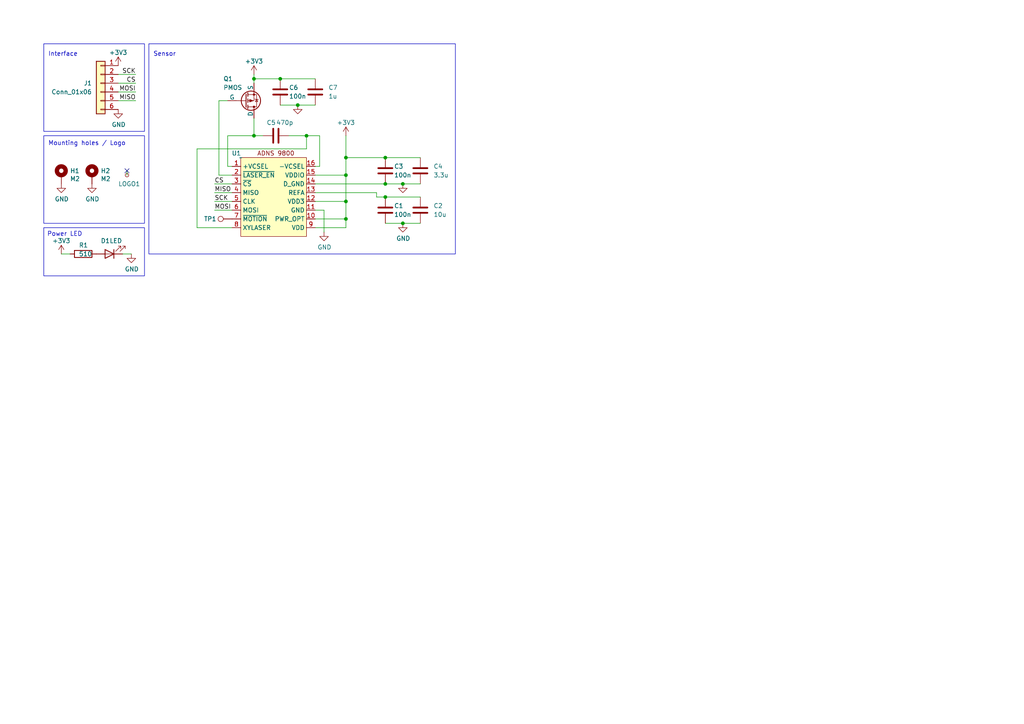
<source format=kicad_sch>
(kicad_sch (version 20230121) (generator eeschema)
  (paper "A4")
  (lib_symbols
    (symbol "ADNS_9800_1"
      (property "Reference" "U" (at -8.89 12.7 0))
      (symbol "ADNS_9800_1_1_1"
        (rectangle (start -10.16 11.43) (end 8.89 -11.43) (fill (type background)))
        (text "ADNS 9800\n" (at 0 12.7 0) (effects (font (size 1.27 1.27))))
        (pin input line (at -12.7 8.89 0) (length 2.54) (name "+VCSEL") (number "1"))
        (pin input line (at 11.43 -6.35 180) (length 2.54) (name "PWR_OPT") (number "10"))
        (pin power_in line (at 11.43 -3.81 180) (length 2.54) (name "GND") (number "11"))
        (pin unspecified line (at 11.43 -1.27 180) (length 2.54) (name "VDD3") (number "12"))
        (pin power_out line (at 11.43 1.27 180) (length 2.54) (name "REFA") (number "13"))
        (pin power_in line (at 11.43 3.81 180) (length 2.54) (name "D_GND") (number "14"))
        (pin power_in line (at 11.43 6.35 180) (length 2.54) (name "VDDIO") (number "15"))
        (pin power_in line (at 11.43 8.89 180) (length 2.54) (name "-VCSEL") (number "16"))
        (pin input line (at -12.7 6.35 0) (length 2.54) (name "~{LASER_EN}") (number "2"))
        (pin input line (at -12.7 3.81 0) (length 2.54) (name "~{CS}") (number "3"))
        (pin input line (at -12.7 1.27 0) (length 2.54) (name "MISO") (number "4"))
        (pin input line (at -12.7 -1.27 0) (length 2.54) (name "CLK") (number "5"))
        (pin output line (at -12.7 -3.81 0) (length 2.54) (name "MOSI") (number "6"))
        (pin output line (at -12.7 -6.35 0) (length 2.54) (name "~{MOTION}") (number "7"))
        (pin unspecified line (at -12.7 -8.89 0) (length 2.54) (name "XYLASER") (number "8"))
        (pin power_in line (at 11.43 -8.89 180) (length 2.54) (name "VDD") (number "9"))
      )
    )
    (symbol "Connector:TestPoint" (pin_numbers hide) (pin_names (offset 0.762) hide)
      (property "Reference" "TP" (at 0 6.858 0))
      (property "Value" "TestPoint" (at 0 5.08 0))
      (symbol "TestPoint_0_1"
        (circle (center 0 3.302) (radius 0.762))
      )
      (symbol "TestPoint_1_1"
        (pin passive line (at 0 0 90) (length 2.54) (name "1") (number "1"))
      )
    )
    (symbol "Connector:TestPoint_Small" (pin_numbers hide) (pin_names (offset 0.762) hide)
      (property "Reference" "TP" (at 0 3.81 0))
      (property "Value" "TestPoint_Small" (at 0 2.032 0))
      (symbol "TestPoint_Small_0_1"
        (circle (center 0 0) (radius 0.508))
      )
      (symbol "TestPoint_Small_1_1"
        (pin passive line (at 0 0 90) (length 0) (name "1") (number "1"))
      )
    )
    (symbol "Connector_Generic:Conn_01x06" (pin_names (offset 1.016) hide)
      (property "Reference" "J" (at 0 7.62 0))
      (property "Value" "Conn_01x06" (at 0 -10.16 0))
      (symbol "Conn_01x06_1_1"
        (rectangle (start -1.27 -7.493) (end 0 -7.747) (stroke (width 0.1524)))
        (rectangle (start -1.27 -4.953) (end 0 -5.207) (stroke (width 0.1524)))
        (rectangle (start -1.27 -2.413) (end 0 -2.667) (stroke (width 0.1524)))
        (rectangle (start -1.27 0.127) (end 0 -0.127) (stroke (width 0.1524)))
        (rectangle (start -1.27 2.667) (end 0 2.413) (stroke (width 0.1524)))
        (rectangle (start -1.27 5.207) (end 0 4.953) (stroke (width 0.1524)))
        (rectangle (start -1.27 6.35) (end 1.27 -8.89) (stroke (width 0.254)) (fill (type background)))
        (pin passive line (at -5.08 5.08 0) (length 3.81) (name "Pin_1") (number "1"))
        (pin passive line (at -5.08 2.54 0) (length 3.81) (name "Pin_2") (number "2"))
        (pin passive line (at -5.08 0 0) (length 3.81) (name "Pin_3") (number "3"))
        (pin passive line (at -5.08 -2.54 0) (length 3.81) (name "Pin_4") (number "4"))
        (pin passive line (at -5.08 -5.08 0) (length 3.81) (name "Pin_5") (number "5"))
        (pin passive line (at -5.08 -7.62 0) (length 3.81) (name "Pin_6") (number "6"))
      )
    )
    (symbol "Device:C" (pin_numbers hide) (pin_names (offset 0.254))
      (property "Reference" "C" (at 0.635 2.54 0))
      (property "Value" "C" (at 0.635 -2.54 0))
      (symbol "C_0_1"
        (polyline (pts (xy -2.032 -0.762) (xy 2.032 -0.762)) (stroke (width 0.508)))
        (polyline (pts (xy -2.032 0.762) (xy 2.032 0.762)) (stroke (width 0.508)))
      )
      (symbol "C_1_1"
        (pin passive line (at 0 3.81 270) (length 2.794) (name "~") (number "1"))
        (pin passive line (at 0 -3.81 90) (length 2.794) (name "~") (number "2"))
      )
    )
    (symbol "Device:LED" (pin_numbers hide) (pin_names (offset 1.016) hide)
      (property "Reference" "D" (at 0 2.54 0))
      (property "Value" "LED" (at 0 -2.54 0))
      (symbol "LED_0_1"
        (polyline (pts (xy -1.27 -1.27) (xy -1.27 1.27)) (stroke (width 0.254)))
        (polyline (pts (xy -1.27 0) (xy 1.27 0)))
        (polyline (pts (xy 1.27 -1.27) (xy 1.27 1.27) (xy -1.27 0) (xy 1.27 -1.27)) (stroke (width 0.254)))
        (polyline (pts (xy -3.048 -0.762) (xy -4.572 -2.286) (xy -3.81 -2.286) (xy -4.572 -2.286) (xy -4.572 -1.524)))
        (polyline (pts (xy -1.778 -0.762) (xy -3.302 -2.286) (xy -2.54 -2.286) (xy -3.302 -2.286) (xy -3.302 -1.524)))
      )
      (symbol "LED_1_1"
        (pin passive line (at -3.81 0 0) (length 2.54) (name "K") (number "1"))
        (pin passive line (at 3.81 0 180) (length 2.54) (name "A") (number "2"))
      )
    )
    (symbol "Device:R" (pin_numbers hide) (pin_names (offset 0))
      (property "Reference" "R" (at 2.032 0 90))
      (property "Value" "R" (at 0 0 90))
      (symbol "R_0_1"
        (rectangle (start -1.016 -2.54) (end 1.016 2.54) (stroke (width 0.254)))
      )
      (symbol "R_1_1"
        (pin passive line (at 0 3.81 270) (length 1.27) (name "~") (number "1"))
        (pin passive line (at 0 -3.81 90) (length 1.27) (name "~") (number "2"))
      )
    )
    (symbol "Mechanical:MountingHole_Pad" (pin_numbers hide) (pin_names (offset 1.016) hide)
      (property "Reference" "H" (at 0 6.35 0))
      (property "Value" "MountingHole_Pad" (at 0 4.445 0))
      (symbol "MountingHole_Pad_0_1"
        (circle (center 0 1.27) (radius 1.27) (stroke (width 1.27)))
      )
      (symbol "MountingHole_Pad_1_1"
        (pin input line (at 0 -2.54 90) (length 2.54) (name "1") (number "1"))
      )
    )
    (symbol "Simulation_SPICE:PMOS" (pin_numbers hide) (pin_names (offset 0))
      (property "Reference" "Q" (at 5.08 1.27 0))
      (property "Value" "PMOS" (at 5.08 -1.27 0))
      (symbol "PMOS_0_1"
        (polyline (pts (xy 0.254 0) (xy -2.54 0)))
        (polyline (pts (xy 0.254 1.905) (xy 0.254 -1.905)) (stroke (width 0.254)))
        (polyline (pts (xy 0.762 -1.27) (xy 0.762 -2.286)) (stroke (width 0.254)))
        (polyline (pts (xy 0.762 0.508) (xy 0.762 -0.508)) (stroke (width 0.254)))
        (polyline (pts (xy 0.762 2.286) (xy 0.762 1.27)) (stroke (width 0.254)))
        (polyline (pts (xy 2.54 2.54) (xy 2.54 1.778)))
        (polyline (pts (xy 2.54 -2.54) (xy 2.54 0) (xy 0.762 0)))
        (polyline (pts (xy 0.762 1.778) (xy 3.302 1.778) (xy 3.302 -1.778) (xy 0.762 -1.778)))
        (polyline (pts (xy 2.286 0) (xy 1.27 0.381) (xy 1.27 -0.381) (xy 2.286 0)) (fill (type outline)))
        (polyline (pts (xy 2.794 -0.508) (xy 2.921 -0.381) (xy 3.683 -0.381) (xy 3.81 -0.254)))
        (polyline (pts (xy 3.302 -0.381) (xy 2.921 0.254) (xy 3.683 0.254) (xy 3.302 -0.381)))
        (circle (center 1.651 0) (radius 2.794) (stroke (width 0.254)))
        (circle (center 2.54 -1.778) (radius 0.254) (fill (type outline)))
        (circle (center 2.54 1.778) (radius 0.254) (fill (type outline)))
      )
      (symbol "PMOS_1_1"
        (pin passive line (at 2.54 5.08 270) (length 2.54) (name "D") (number "1"))
        (pin input line (at -5.08 0 0) (length 2.54) (name "G") (number "2"))
        (pin passive line (at 2.54 -5.08 90) (length 2.54) (name "S") (number "3"))
      )
    )
    (symbol "carte asserv holo-rescue:+3.3V-power" (power) (pin_names (offset 0))
      (property "Value" "+3.3V-power" (at 0 3.556 0))
      (symbol "+3.3V-power_0_1"
        (polyline (pts (xy -0.762 1.27) (xy 0 2.54)))
        (polyline (pts (xy 0 0) (xy 0 2.54)))
        (polyline (pts (xy 0 2.54) (xy 0.762 1.27)))
      )
      (symbol "+3.3V-power_1_1"
        (pin power_in line (at 0 0 90) (length 0) hide (name "+3V3") (number "1"))
      )
    )
    (symbol "power:GND" (power) (pin_names (offset 0))
      (property "Value" "GND" (at 0 -3.81 0))
      (symbol "GND_0_1"
        (polyline (pts (xy 0 0) (xy 0 -1.27) (xy 1.27 -1.27) (xy 0 -2.54) (xy -1.27 -1.27) (xy 0 -1.27)))
      )
      (symbol "GND_1_1"
        (pin power_in line (at 0 0 270) (length 0) hide (name "GND") (number "1"))
      )
    )
  )
  (junction (at 111.76 53.34))
  (junction (at 88.9 39.37))
  (junction (at 81.28 22.86))
  (junction (at 86.36 30.48))
  (junction (at 116.84 64.77))
  (junction (at 73.66 22.86))
  (junction (at 100.33 50.8))
  (junction (at 111.76 45.72))
  (junction (at 100.33 63.5))
  (junction (at 116.84 53.34))
  (junction (at 100.33 45.72))
  (junction (at 73.66 39.37))
  (junction (at 100.33 58.42))
  (junction (at 111.76 57.15))
  (no_connect (at 36.83 49.53))
  (wire (pts (xy 111.76 53.34) (xy 116.84 53.34)))
  (wire (pts (xy 91.44 53.34) (xy 111.76 53.34)))
  (wire (pts (xy 62.23 60.96) (xy 67.31 60.96)))
  (wire (pts (xy 91.44 58.42) (xy 100.33 58.42)))
  (wire (pts (xy 88.9 43.18) (xy 88.9 39.37)))
  (wire (pts (xy 81.28 22.86) (xy 73.66 22.86)))
  (wire (pts (xy 17.78 73.66) (xy 20.32 73.66)))
  (wire (pts (xy 109.22 55.88) (xy 91.44 55.88)))
  (wire (pts (xy 111.76 64.77) (xy 116.84 64.77)))
  (wire (pts (xy 116.84 53.34) (xy 121.92 53.34)))
  (wire (pts (xy 73.66 39.37) (xy 76.2 39.37)))
  (wire (pts (xy 73.66 34.29) (xy 73.66 39.37)))
  (wire (pts (xy 92.71 48.26) (xy 91.44 48.26)))
  (wire (pts (xy 67.31 66.04) (xy 57.15 66.04)))
  (wire (pts (xy 73.66 21.59) (xy 73.66 22.86)))
  (wire (pts (xy 109.22 57.15) (xy 111.76 57.15)))
  (wire (pts (xy 66.04 48.26) (xy 67.31 48.26)))
  (wire (pts (xy 36.83 49.53) (xy 36.83 50.8)))
  (wire (pts (xy 62.23 53.34) (xy 67.31 53.34)))
  (wire (pts (xy 109.22 57.15) (xy 109.22 55.88)))
  (wire (pts (xy 57.15 43.18) (xy 88.9 43.18)))
  (wire (pts (xy 100.33 45.72) (xy 100.33 50.8)))
  (wire (pts (xy 81.28 30.48) (xy 86.36 30.48)))
  (wire (pts (xy 91.44 60.96) (xy 93.98 60.96)))
  (wire (pts (xy 111.76 57.15) (xy 121.92 57.15)))
  (wire (pts (xy 100.33 45.72) (xy 111.76 45.72)))
  (wire (pts (xy 34.29 26.67) (xy 39.37 26.67)))
  (wire (pts (xy 86.36 30.48) (xy 91.44 30.48)))
  (wire (pts (xy 91.44 50.8) (xy 100.33 50.8)))
  (wire (pts (xy 34.29 21.59) (xy 39.37 21.59)))
  (wire (pts (xy 34.29 29.21) (xy 39.37 29.21)))
  (wire (pts (xy 91.44 66.04) (xy 100.33 66.04)))
  (wire (pts (xy 92.71 39.37) (xy 92.71 48.26)))
  (wire (pts (xy 34.29 24.13) (xy 39.37 24.13)))
  (wire (pts (xy 62.23 58.42) (xy 67.31 58.42)))
  (wire (pts (xy 73.66 22.86) (xy 73.66 24.13)))
  (wire (pts (xy 91.44 63.5) (xy 100.33 63.5)))
  (wire (pts (xy 57.15 66.04) (xy 57.15 43.18)))
  (wire (pts (xy 100.33 63.5) (xy 100.33 66.04)))
  (wire (pts (xy 100.33 39.37) (xy 100.33 45.72)))
  (wire (pts (xy 81.28 22.86) (xy 91.44 22.86)))
  (wire (pts (xy 116.84 64.77) (xy 121.92 64.77)))
  (wire (pts (xy 88.9 39.37) (xy 92.71 39.37)))
  (wire (pts (xy 111.76 45.72) (xy 121.92 45.72)))
  (wire (pts (xy 38.1 73.66) (xy 35.56 73.66)))
  (wire (pts (xy 83.82 39.37) (xy 88.9 39.37)))
  (wire (pts (xy 93.98 60.96) (xy 93.98 67.31)))
  (wire (pts (xy 63.5 29.21) (xy 63.5 50.8)))
  (wire (pts (xy 63.5 50.8) (xy 67.31 50.8)))
  (wire (pts (xy 100.33 50.8) (xy 100.33 58.42)))
  (wire (pts (xy 100.33 58.42) (xy 100.33 63.5)))
  (wire (pts (xy 73.66 39.37) (xy 66.04 39.37)))
  (wire (pts (xy 66.04 39.37) (xy 66.04 48.26)))
  (wire (pts (xy 66.04 29.21) (xy 63.5 29.21)))
  (wire (pts (xy 62.23 55.88) (xy 67.31 55.88)))
  (rectangle (start 12.7 39.37) (end 41.91 64.77))
  (rectangle (start 12.7 12.7) (end 41.91 38.1))
  (rectangle (start 43.18 12.7) (end 132.08 73.66))
  (text_box "Power LED\n" (at 12.7 66.04 0) (size 29.21 13.97) (effects (font (size 1.27 1.27)) (justify left top)))
  (text "Interface \n" (at 13.97 16.51 0) (effects (font (size 1.27 1.27)) (justify left bottom)))
  (text "Sensor\n" (at 44.45 16.51 0) (effects (font (size 1.27 1.27)) (justify left bottom)))
  (text "Mounting holes / Logo\n\n" (at 13.97 44.45 0) (effects (font (size 1.27 1.27)) (justify left bottom)))
  (label "MISO" (at 62.23 55.88 0))
  (label "SCK" (at 62.23 58.42 0))
  (label "CS" (at 39.37 24.13 180))
  (label "CS" (at 62.23 53.34 0))
  (label "MOSI" (at 39.37 26.67 180))
  (label "SCK" (at 39.37 21.59 180))
  (label "MOSI" (at 62.23 60.96 0))
  (label "MISO" (at 39.37 29.21 180))
  (symbol (lib_id "power:GND") (at 34.29 31.75 0) (unit 1)
    (property "Reference" "#PWR02" (effects hide))
    (property "Value" "GND" (at 34.417 36.1442 0))
  )
  (symbol (lib_id "power:GND") (at 17.78 53.34 0) (unit 1)
    (property "Reference" "#PWR09" (effects hide))
    (property "Value" "GND" (at 17.907 57.7342 0))
  )
  (symbol (lib_id "power:GND") (at 93.98 67.31 0) (unit 1)
    (property "Reference" "#PWR03" (effects hide))
    (property "Value" "GND" (at 94.107 71.7042 0))
  )
  (symbol (lib_id "Mechanical:MountingHole_Pad") (at 26.67 50.8 0) (unit 1)
    (property "Reference" "H2" (at 29.21 49.5554 0) (effects (justify left)))
    (property "Value" "M2" (at 29.21 51.8668 0) (effects (justify left)))
    (property "Footprint" "MountingHole:MountingHole_2.2mm_M2_DIN965_Pad" (effects hide))
  )
  (symbol (lib_id "Device:C") (at 111.76 60.96 0) (unit 1)
    (property "Reference" "C1" (at 114.3 59.69 0) (effects (justify left)))
    (property "Value" "100n" (at 114.3 62.23 0) (effects (justify left)))
    (property "Footprint" "Capacitor_SMD:C_0603_1608Metric" (effects hide))
  )
  (symbol (lib_id "Device:R") (at 24.13 73.66 90) (unit 1)
    (property "Reference" "R1" (at 22.86 71.12 90) (effects (justify right)))
    (property "Value" "510" (at 22.86 73.66 90) (effects (justify right)))
    (property "Footprint" "Resistor_SMD:R_0603_1608Metric" (effects hide))
  )
  (symbol (lib_id "power:GND") (at 116.84 64.77 0) (unit 1)
    (property "Reference" "#PWR05" (effects hide))
    (property "Value" "GND" (at 116.967 69.1642 0))
  )
  (symbol (lib_id "Device:C") (at 80.01 39.37 90) (unit 1)
    (property "Reference" "C5" (at 80.01 35.56 90) (effects (justify left)))
    (property "Value" "470p" (at 85.09 35.56 90) (effects (justify left)))
    (property "Footprint" "Capacitor_SMD:C_0603_1608Metric" (effects hide))
  )
  (symbol (lib_id "Connector_Generic:Conn_01x06") (at 29.21 24.13 0) (mirror y) (unit 1)
    (property "Reference" "J1" (at 26.67 24.13 0) (effects (justify left)))
    (property "Value" "Conn_01x06" (at 26.67 26.67 0) (effects (justify left)))
    (property "Footprint" "ConnectorsEvo:B06B-PASK" (effects hide))
  )
  (symbol (lib_id "carte asserv holo-rescue:+3.3V-power") (at 34.29 19.05 0) (unit 1)
    (property "Reference" "#PWR01" (effects hide))
    (property "Value" "+3.3V" (at 34.29 15.24 0))
  )
  (symbol (lib_name "ADNS_9800_1") (lib_id "ComponentsEvo:ADNS_9800") (at 80.01 57.15 0) (unit 1)
    (property "Reference" "U1" (at 68.58 44.45 0))
    (property "Value" "~" (at 69.85 45.72 0))
    (property "Footprint" "OptoDevice:ADNS-9800" (effects hide))
    (property "Datasheet" "https://datasheet.octopart.com/ADNS-9800-Avago-datasheet-10666463.pdf" (effects hide))
  )
  (symbol (lib_id "Device:C") (at 111.76 49.53 0) (unit 1)
    (property "Reference" "C3" (at 114.3 48.26 0) (effects (justify left)))
    (property "Value" "100n" (at 114.3 50.8 0) (effects (justify left)))
    (property "Footprint" "Capacitor_SMD:C_0603_1608Metric" (effects hide))
  )
  (symbol (lib_id "power:GND") (at 26.67 53.34 0) (unit 1)
    (property "Reference" "#PWR010" (effects hide))
    (property "Value" "GND" (at 26.797 57.7342 0))
  )
  (symbol (lib_id "Simulation_SPICE:PMOS") (at 71.12 29.21 0) (mirror x) (unit 1)
    (property "Reference" "Q1" (at 64.77 22.86 0) (effects (justify left)))
    (property "Value" "PMOS" (at 64.77 25.4 0) (effects (justify left)))
    (property "Footprint" "Package_TO_SOT_SMD:SOT-23" (effects hide))
    (property "Datasheet" "https://ngspice.sourceforge.io/docs/ngspice-manual.pdf" (effects hide))
    (property "Sim.Device" "PMOS" (effects hide))
    (property "Sim.Type" "VDMOS" (effects hide))
    (property "Sim.Pins" "1=D 2=G 3=S" (effects hide))
  )
  (symbol (lib_id "Connector:TestPoint") (at 67.31 63.5 90) (unit 1)
    (property "Reference" "TP1" (at 60.96 63.5 90))
    (property "Value" "TestPoint" (effects hide))
    (property "Footprint" "TestPoint:TestPoint_Pad_D1.0mm" (effects hide))
  )
  (symbol (lib_id "power:GND") (at 116.84 53.34 0) (unit 1)
    (property "Reference" "#PWR06" (effects hide))
    (property "Value" "GND" (effects hide))
  )
  (symbol (lib_id "carte asserv holo-rescue:+3.3V-power") (at 100.33 39.37 0) (unit 1)
    (property "Reference" "#PWR04" (effects hide))
    (property "Value" "+3.3V" (at 100.33 35.56 0))
  )
  (symbol (lib_id "Device:C") (at 121.92 49.53 0) (unit 1)
    (property "Reference" "C4" (at 125.73 48.26 0) (effects (justify left)))
    (property "Value" "3.3u" (at 125.73 50.8 0) (effects (justify left)))
    (property "Footprint" "Capacitor_SMD:C_0603_1608Metric" (effects hide))
  )
  (symbol (lib_id "Device:C") (at 121.92 60.96 0) (unit 1)
    (property "Reference" "C2" (at 125.73 59.69 0) (effects (justify left)))
    (property "Value" "10u" (at 125.73 62.23 0) (effects (justify left)))
    (property "Footprint" "Capacitor_SMD:C_0603_1608Metric" (effects hide))
  )
  (symbol (lib_id "carte asserv holo-rescue:+3.3V-power") (at 17.78 73.66 0) (unit 1)
    (property "Reference" "#PWR011" (effects hide))
    (property "Value" "+3.3V" (at 17.78 69.85 0))
  )
  (symbol (lib_id "Device:LED") (at 31.75 73.66 180) (unit 1)
    (property "Reference" "D1" (at 29.21 69.85 0) (effects (justify right)))
    (property "Value" "LED" (at 31.75 69.85 0) (effects (justify right)))
    (property "Footprint" "LED_SMD:LED_0805_2012Metric" (effects hide))
  )
  (symbol (lib_id "Mechanical:MountingHole_Pad") (at 17.78 50.8 0) (unit 1)
    (property "Reference" "H1" (at 20.32 49.5554 0) (effects (justify left)))
    (property "Value" "M2" (at 20.32 51.8668 0) (effects (justify left)))
    (property "Footprint" "MountingHole:MountingHole_2.2mm_M2_DIN965_Pad" (effects hide))
  )
  (symbol (lib_id "Connector:TestPoint_Small") (at 36.83 50.8 0) (unit 1)
    (property "Reference" "LOGO1" (at 34.29 53.34 0) (effects (justify left)))
    (property "Value" "TestPoint_Small" (effects hide))
    (property "Footprint" "ComponentsEvo:logo-evo-micro" (effects hide))
  )
  (symbol (lib_id "power:GND") (at 86.36 30.48 0) (unit 1)
    (property "Reference" "#PWR08" (effects hide))
    (property "Value" "GND" (effects hide))
  )
  (symbol (lib_id "power:GND") (at 38.1 73.66 0) (unit 1)
    (property "Reference" "#PWR012" (effects hide))
    (property "Value" "GND" (at 38.227 78.0542 0))
  )
  (symbol (lib_id "Device:C") (at 81.28 26.67 0) (unit 1)
    (property "Reference" "C6" (at 83.82 25.4 0) (effects (justify left)))
    (property "Value" "100n" (at 83.82 27.94 0) (effects (justify left)))
    (property "Footprint" "Capacitor_SMD:C_0603_1608Metric" (effects hide))
  )
  (symbol (lib_id "carte asserv holo-rescue:+3.3V-power") (at 73.66 21.59 0) (unit 1)
    (property "Reference" "#PWR07" (effects hide))
    (property "Value" "+3.3V" (at 73.66 17.78 0))
  )
  (symbol (lib_id "Device:C") (at 91.44 26.67 0) (unit 1)
    (property "Reference" "C7" (at 95.25 25.4 0) (effects (justify left)))
    (property "Value" "1u" (at 95.25 27.94 0) (effects (justify left)))
    (property "Footprint" "Capacitor_SMD:C_0603_1608Metric" (effects hide))
  )
)
</source>
